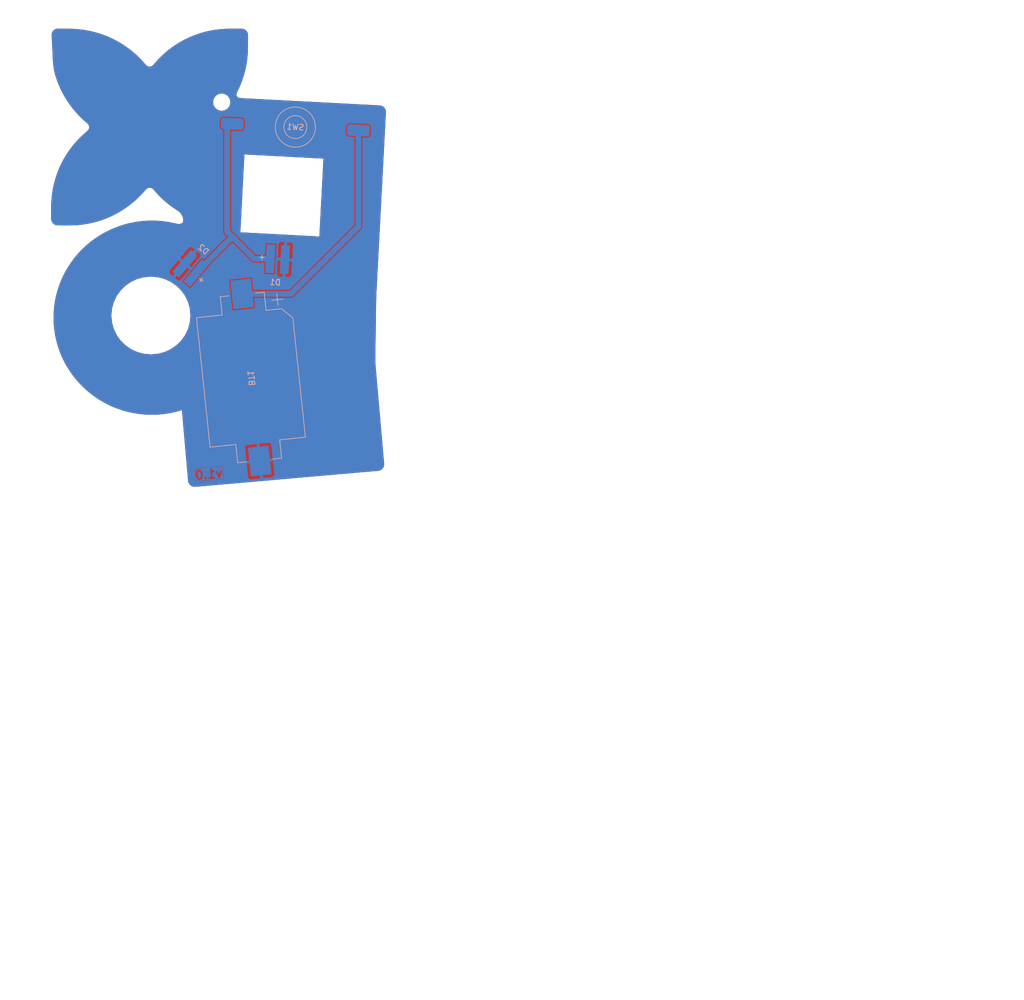
<source format=kicad_pcb>
(kicad_pcb (version 20221018) (generator pcbnew)
  (layers (0 "F.Cu" signal) (31 "B.Cu" signal) (34 "B.Paste" user) (35 "F.Paste" user) (36 "B.SilkS" user "B.Silkscreen") (37 "F.SilkS" user "F.Silkscreen") (38 "B.Mask" user) (39 "F.Mask" user) (44 "Edge.Cuts" user))
  (net 0 "")
  (net 1 "GND")
  (net 2 "+3V0")
  (net 3 "VCC")
  (footprint "blinkyparts:die_lustigen_vier" (layer "F.Cu") (at 117.5 55)
    (fp_text reference "die_lustigen_vier" hide)
    (fp_text value "G***" hide)
    (fp_poly (pts (xy 29.733585 11.314038) (xy 29.880598 11.321294) (xy 30.026191 11.342924) (xy 30.168964 11.378719) (xy 30.307541 11.428335) (xy 30.440589 11.491294) (xy 30.566825 11.56699) (xy 30.685034 11.654694) (xy 30.794078 11.753561) (xy 30.892908 11.862639) (xy 30.980571 11.980879) (xy 31.056223 12.107141) (xy 31.119136 12.24021) (xy 31.168704 12.378804) (xy 31.20445 12.521589) (xy 31.22603 12.66719) (xy 31.233235 12.814206) (xy 31.226029 12.961221) (xy 31.20445 13.106822) (xy 31.168704 13.249607) (xy 31.119135 13.388201) (xy 31.056222 13.52127) (xy 30.98057 13.647532) (xy 30.892907 13.765771) (xy 30.794078 13.874849) (xy 30.685033 13.973716) (xy 30.566824 14.06142) (xy 30.440588 14.137116) (xy 30.307541 14.200075) (xy 30.168964 14.249691) (xy 30.026191 14.285486) (xy 29.880598 14.307116) (xy 29.733585 14.314372) (xy 29.586538 14.307163) (xy 29.440906 14.285574) (xy 29.298091 14.249813) (xy 29.15947 14.200223) (xy 29.026379 14.137283) (xy 28.900098 14.061599) (xy 28.781845 13.973901) (xy 28.672759 13.875032) (xy 28.57389 13.765946) (xy 28.486191 13.647693) (xy 28.410508 13.521412) (xy 28.347568 13.38832) (xy 28.297978 13.249699) (xy 28.262217 13.106885) (xy 28.240628 12.961253) (xy 28.233419 12.814206) (xy 28.240627 12.667158) (xy 28.262216 12.521526) (xy 28.297978 12.378711) (xy 28.347567 12.240091) (xy 28.410507 12.106999) (xy 28.486191 11.980718) (xy 28.573889 11.862465) (xy 28.672758 11.753378) (xy 28.781844 11.654509) (xy 28.900098 11.566811) (xy 29.026378 11.491127) (xy 29.15947 11.428187) (xy 29.298091 11.378597) (xy 29.440905 11.342836) (xy 29.586538 11.321246) (xy 29.733585 11.314038)) (stroke (width 0.00001)) (fill none) (layer "Edge.Cuts"))
    (fp_poly (pts (xy 1.172021 -0.000001) (xy 0.944794 0.020103) (xy 0.735256 0.083346) (xy 0.547756 0.185238) (xy 0.386641 0.321288) (xy 0.256261 0.487005) (xy 0.160965 0.677897) (xy 0.105101 0.889474) (xy 0.093017 1.117245) (xy 0.303341 5.49062) (xy 0.316586 5.711975) (xy 0.336063 5.955088) (xy 0.361404 6.213518) (xy 0.392242 6.480825) (xy 0.428207 6.75057) (xy 0.468932 7.01631) (xy 0.514049 7.271608) (xy 0.563188 7.510021) (xy 0.615983 7.72511) (xy 0.685433 7.973951) (xy 0.758714 8.221673) (xy 0.835793 8.468226) (xy 0.916639 8.713561) (xy 1.001222 8.957629) (xy 1.089508 9.200381) (xy 1.181467 9.441769) (xy 1.277067 9.681743) (xy 1.376277 9.920254) (xy 1.479065 10.157253) (xy 1.585399 10.392692) (xy 1.695249 10.626522) (xy 1.808583 10.858693) (xy 1.925368 11.089156) (xy 2.045574 11.317863) (xy 2.16917 11.544765) (xy 2.296123 11.769812) (xy 2.426402 11.992956) (xy 2.559975 12.214148) (xy 2.696812 12.433339) (xy 2.83688 12.650479) (xy 2.980148 12.865521) (xy 3.126585 13.078414) (xy 3.276159 13.28911) (xy 3.428838 13.497561) (xy 3.584592 13.703716) (xy 3.743388 13.907528) (xy 3.905195 14.108947) (xy 4.069981 14.307924) (xy 4.237716 14.50441) (xy 4.408367 14.698356) (xy 4.581903 14.889714) (xy 4.758292 15.078434) (xy 4.937503 15.264468) (xy 5.119505 15.447766) (xy 5.304266 15.628279) (xy 5.491754 15.80596) (xy 5.681938 15.980757) (xy 5.874787 16.152624) (xy 6.070269 16.32151) (xy 6.268351 16.487367) (xy 6.445703 16.668246) (xy 6.563965 16.865473) (xy 6.62312 17.0725) (xy 6.623153 17.282779) (xy 6.564046 17.489762) (xy 6.445785 17.6869) (xy 6.268351 17.867645) (xy 6.069332 18.033963) (xy 5.872841 18.203275) (xy 5.678917 18.375536) (xy 5.487599 18.5507) (xy 5.298926 18.728722) (xy 5.112937 18.909558) (xy 4.92967 19.093162) (xy 4.749164 19.279489) (xy 4.571459 19.468494) (xy 4.396593 19.660133) (xy 4.224604 19.85436) (xy 4.055532 20.051129) (xy 3.889415 20.250397) (xy 3.726292 20.452118) (xy 3.566203 20.656248) (xy 3.409185 20.86274) (xy 3.255278 21.07155) (xy 3.10452 21.282632) (xy 2.95695 21.495943) (xy 2.812608 21.711437) (xy 2.671531 21.929068) (xy 2.533759 22.148793) (xy 2.39933 22.370565) (xy 2.268284 22.594339) (xy 2.140659 22.820072) (xy 2.016493 23.047717) (xy 1.895827 23.27723) (xy 1.778698 23.508565) (xy 1.665145 23.741678) (xy 1.555207 23.976523) (xy 1.448923 24.213056) (xy 1.346332 24.451231) (xy 1.247473 24.691004) (xy 1.152384 24.932329) (xy 1.074983 25.140223) (xy 0.993876 25.370588) (xy 0.910966 25.617263) (xy 0.828153 25.874092) (xy 0.747341 26.134916) (xy 0.670432 26.393575) (xy 0.599327 26.643913) (xy 0.53593 26.87977) (xy 0.482142 27.094988) (xy 0.42551 27.340704) (xy 0.372536 27.587225) (xy 0.323197 27.834498) (xy 0.27747 28.082468) (xy 0.235334 28.331083) (xy 0.196765 28.580289) (xy 0.161742 28.830033) (xy 0.130241 29.080262) (xy 0.10224 29.330923) (xy 0.077717 29.581961) (xy 0.056649 29.833325) (xy 0.039014 30.08496) (xy 0.024789 30.336813) (xy 0.013952 30.588831) (xy 0.007645 30.810605) (xy 0.003566 31.054845) (xy 0.001289 31.31514) (xy 0.000387 31.585074) (xy 0.000433 31.858233) (xy 0.000999 32.128204) (xy 0.001659 32.388572) (xy 0.001985 32.632923) (xy 0.00155 32.854844) (xy 0.000776 33.00548) (xy -0.000001 33.156117) (xy 0.02196 33.384693) (xy 0.086985 33.598093) (xy 0.190539 33.791737) (xy 0.328091 33.961045) (xy 0.495104 34.101439) (xy 0.687046 34.208338) (xy 0.899383 34.277162) (xy 1.127581 34.303333) (xy 1.385156 34.30687) (xy 1.642814 34.310044) (xy 1.900527 34.312628) (xy 2.158265 34.314391) (xy 2.415999 34.315107) (xy 2.673699 34.314545) (xy 2.931337 34.312477) (xy 3.188884 34.308675) (xy 3.446309 34.302908) (xy 3.703584 34.29495) (xy 3.96068 34.28457) (xy 4.217568 34.271541) (xy 4.474217 34.255633) (xy 4.7306 34.236618) (xy 4.986687 34.214266) (xy 5.242448 34.18835) (xy 5.497855 34.15864) (xy 5.717592 34.128655) (xy 5.958811 34.090934) (xy 6.215198 34.046777) (xy 6.480436 33.99748) (xy 6.748213 33.944345) (xy 7.012211 33.888669) (xy 7.266117 33.831752) (xy 7.503615 33.774893) (xy 7.718391 33.719389) (xy 7.967043 33.650144) (xy 8.214585 33.577086) (xy 8.460968 33.500246) (xy 8.706142 33.419654) (xy 8.95006 33.335343) (xy 9.192672 33.247342) (xy 9.433929 33.155683) (xy 9.673782 33.060397) (xy 9.912181 32.961515) (xy 10.149079 32.859067) (xy 10.384426 32.753084) (xy 10.618173 32.643598) (xy 10.850271 32.53064) (xy 11.080672 32.414239) (xy 11.309325 32.294428) (xy 11.536182 32.171238) (xy 11.761195 32.044698) (xy 11.984313 31.914841) (xy 12.205489 31.781696) (xy 12.424673 31.645296) (xy 12.641816 31.505671) (xy 12.856869 31.362851) (xy 13.069784 31.216869) (xy 13.28051 31.067754) (xy 13.489 30.915538) (xy 13.695203 30.760251) (xy 13.899072 30.601926) (xy 14.100558 30.440591) (xy 14.29961 30.27628) (xy 14.496181 30.109021) (xy 14.690221 29.938848) (xy 14.881681 29.765789) (xy 15.070512 29.589877) (xy 15.256665 29.411142) (xy 15.440092 29.229615) (xy 15.620743 29.045327) (xy 15.79857 28.85831) (xy 15.973522 28.668593) (xy 16.145552 28.476208) (xy 16.31461 28.281186) (xy 16.480648 28.083559) (xy 16.66194 27.906387) (xy 16.859693 27.788119) (xy 17.067328 27.728803) (xy 17.278263 27.728485) (xy 17.485918 27.787215) (xy 17.68371 27.90504) (xy 17.865059 28.082008) (xy 18.029921 28.278237) (xy 18.197682 28.472002) (xy 18.368303 28.663262) (xy 18.541741 28.851977) (xy 18.717957 29.038108) (xy 18.896909 29.221614) (xy 19.078557 29.402455) (xy 19.262859 29.580592) (xy 19.449775 29.755984) (xy 19.639263 29.928591) (xy 19.831283 30.098373) (xy 20.025794 30.265291) (xy 20.222756 30.429303) (xy 20.422126 30.59037) (xy 20.623865 30.748453) (xy 20.827931 30.90351) (xy 21.034283 31.055503) (xy 21.242881 31.20439) (xy 21.453683 31.350132) (xy 21.66665 31.492689) (xy 21.881739 31.632021) (xy 22.09891 31.768088) (xy 22.2929 31.909409) (xy 22.472669 32.083165) (xy 22.634123 32.283178) (xy 22.77317 32.503276) (xy 22.885714 32.737282) (xy 22.967663 32.979023) (xy 23.014923 33.222323) (xy 23.023401 33.461008) (xy 22.98451 33.651357) (xy 22.893796 33.808342) (xy 22.757765 33.92971) (xy 22.582927 34.013208) (xy 22.37579 34.056581) (xy 22.142863 34.057578) (xy 21.890653 34.013945) (xy 21.641935 33.952045) (xy 21.392322 33.893872) (xy 21.141871 33.839427) (xy 20.890637 33.788711) (xy 20.638676 33.741724) (xy 20.386045 33.698468) (xy 20.132798 33.658942) (xy 19.878992 33.623149) (xy 19.624681 33.591088) (xy 19.369923 33.56276) (xy 19.114773 33.538166) (xy 18.859286 33.517307) (xy 18.603518 33.500183) (xy 18.347526 33.486796) (xy 18.091364 33.477146) (xy 17.835088 33.471234) (xy 17.578755 33.46906) (xy 17.32242 33.470626) (xy 17.066139 33.475932) (xy 16.809968 33.484979) (xy 16.553962 33.497767) (xy 16.298177 33.514298) (xy 16.042668 33.534572) (xy 15.787493 33.55859) (xy 15.532706 33.586353) (xy 15.278363 33.617861) (xy 15.024519 33.653115) (xy 14.771232 33.692116) (xy 14.518556 33.734865) (xy 14.266547 33.781362) (xy 14.015261 33.831609) (xy 13.764754 33.885606) (xy 13.515081 33.943353) (xy 13.266299 34.004852) (xy 13.018462 34.070103) (xy 12.771627 34.139108) (xy 12.52585 34.211866) (xy 12.314339 34.278743) (xy 12.082809 34.356424) (xy 11.837284 34.44263) (xy 11.58379 34.535083) (xy 11.328351 34.631504) (xy 11.076992 34.729615) (xy 10.835736 34.827137) (xy 10.610608 34.921792) (xy 10.407633 35.011301) (xy 10.174201 35.119375) (xy 9.942428 35.230963) (xy 9.712359 35.346033) (xy 9.484044 35.464551) (xy 9.257531 35.586483) (xy 9.032866 35.711797) (xy 8.810098 35.840459) (xy 8.589275 35.972437) (xy 8.370443 36.107697) (xy 8.153652 36.246205) (xy 7.938949 36.38793) (xy 7.72638 36.532837) (xy 7.515996 36.680894) (xy 7.307842 36.832067) (xy 7.101967 36.986323) (xy 6.898418 37.143629) (xy 6.697244 37.303951) (xy 6.498492 37.467258) (xy 6.30221 37.633515) (xy 6.108445 37.802689) (xy 5.917246 37.974748) (xy 5.728659 38.149657) (xy 5.542734 38.327384) (xy 5.359517 38.507896) (xy 5.179056 38.69116) (xy 5.0014 38.877141) (xy 4.826595 39.065808) (xy 4.654691 39.257127) (xy 4.485733 39.451065) (xy 4.319771 39.647588) (xy 4.156852 39.846664) (xy 4.01959 40.020954) (xy 3.871897 40.21551) (xy 3.717472 40.425047) (xy 3.560013 40.644278) (xy 3.40322 40.867917) (xy 3.250791 41.090676) (xy 3.106424 41.30727) (xy 2.973818 41.512412) (xy 2.856673 41.700816) (xy 2.722998 41.925) (xy 2.592814 42.151235) (xy 2.466147 42.379462) (xy 2.343022 42.609624) (xy 2.223467 42.841663) (xy 2.107506 43.075521) (xy 1.995167 43.311141) (xy 1.886476 43.548464) (xy 1.781459 43.787433) (xy 1.680141 44.027991) (xy 1.582551 44.27008) (xy 1.488713 44.513641) (xy 1.398654 44.758617) (xy 1.312401 45.004951) (xy 1.229978 45.252584) (xy 1.151414 45.50146) (xy 1.076733 45.751519) (xy 1.005963 46.002705) (xy 0.939129 46.25496) (xy 0.876258 46.508226) (xy 0.817376 46.762445) (xy 0.762509 47.01756) (xy 0.711684 47.273513) (xy 0.664926 47.530245) (xy 0.622262 47.787701) (xy 0.583718 48.04582) (xy 0.549321 48.304547) (xy 0.524325 48.524961) (xy 0.501203 48.76807) (xy 0.480304 49.027441) (xy 0.461978 49.29664) (xy 0.446574 49.569233) (xy 0.434441 49.838787) (xy 0.425929 50.098868) (xy 0.421387 50.343041) (xy 0.421164 50.564874) (xy 0.425696 50.822528) (xy 0.434212 51.080087) (xy 0.4467 51.33749) (xy 0.46315 51.594677) (xy 0.483551 51.851586) (xy 0.507891 52.108158) (xy 0.536159 52.364332) (xy 0.568345 52.620047) (xy 0.604436 52.875243) (xy 0.644422 53.12986) (xy 0.688292 53.383836) (xy 0.736035 53.637112) (xy 0.78764 53.889626) (xy 0.843095 54.141319) (xy 0.902389 54.39213) (xy 0.965512 54.641997) (xy 1.032452 54.890862) (xy 1.103197 55.138662) (xy 1.177738 55.385339) (xy 1.256063 55.63083) (xy 1.338161 55.875076) (xy 1.42402 56.118016) (xy 1.51363 56.35959) (xy 1.606979 56.599737) (xy 1.704057 56.838396) (xy 1.804852 57.075507) (xy 1.909353 57.31101) (xy 2.017549 57.544843) (xy 2.129429 57.776947) (xy 2.244982 58.007261) (xy 2.364196 58.235725) (xy 2.47059 58.430385) (xy 2.591604 58.642538) (xy 2.723809 58.86672) (xy 2.863774 59.097471) (xy 3.008072 59.32933) (xy 3.153272 59.556834) (xy 3.295944 59.774522) (xy 3.43266 59.976932) (xy 3.559989 60.158604) (xy 3.713584 60.369405) (xy 3.87041 60.577806) (xy 4.030423 60.783767) (xy 4.193576 60.987249) (xy 4.359824 61.188213) (xy 4.529121 61.386619) (xy 4.701422 61.582427) (xy 4.876679 61.7756) (xy 5.054849 61.966096) (xy 5.235885 62.153877) (xy 5.419741 62.338904) (xy 5.606372 62.521136) (xy 5.795732 62.700535) (xy 5.987776 62.877061) (xy 6.182456 63.050675) (xy 6.379729 63.221338) (xy 6.579548 63.389009) (xy 6.781867 63.553651) (xy 6.986641 63.715222) (xy 7.193824 63.873685) (xy 7.40337 64.028999) (xy 7.615234 64.181125) (xy 7.82937 64.330025) (xy 8.045732 64.475657) (xy 8.264274 64.617984) (xy 8.484951 64.756965) (xy 8.707717 64.892562) (xy 8.932526 65.024735) (xy 9.159333 65.153444) (xy 9.388092 65.278651) (xy 9.618756 65.400315) (xy 9.851282 65.518398) (xy 10.085622 65.63286) (xy 10.321731 65.743661) (xy 10.559563 65.850763) (xy 10.763514 65.938052) (xy 10.989721 66.030195) (xy 11.232121 66.124992) (xy 11.484651 66.220247) (xy 11.741249 66.313759) (xy 11.995853 66.403332) (xy 12.242401 66.486766) (xy 12.474831 66.561863) (xy 12.687081 66.626426) (xy 12.933664 66.696572) (xy 13.181266 66.763014) (xy 13.429829 66.825748) (xy 13.679299 66.884771) (xy 13.929619 66.940081) (xy 14.180733 66.991673) (xy 14.432587 67.039546) (xy 14.685122 67.083695) (xy 14.938285 67.124118) (xy 15.192019 67.160813) (xy 15.446268 67.193775) (xy 15.700976 67.223001) (xy 15.956088 67.24849) (xy 16.211548 67.270237) (xy 16.467299 67.288239) (xy 16.723287 67.302494) (xy 16.979454 67.312999) (xy 17.235746 67.31975) (xy 17.492106 67.322744) (xy 17.748479 67.321979) (xy 18.004809 67.317451) (xy 18.261039 67.309157) (xy 18.517115 67.297094) (xy 18.772979 67.281259) (xy 19.028577 67.261649) (xy 19.283853 67.238261) (xy 19.53875 67.211092) (xy 19.793213 67.180139) (xy 20.047185 67.145398) (xy 20.300612 67.106868) (xy 20.553437 67.064544) (xy 20.805605 67.018423) (xy 21.057059 66.968503) (xy 21.307744 66.914781) (xy 21.614873 66.842475) (xy 21.916411 66.764987) (xy 22.19862 66.687869) (xy 22.447762 66.616677) (xy 22.650098 66.556965) (xy 22.79189 66.514288) (xy 22.818909 66.823406) (xy 22.845665 67.129524) (xy 22.872164 67.432706) (xy 22.898411 67.73302) (xy 22.924412 68.030529) (xy 22.950173 68.325299) (xy 22.9757 68.617394) (xy 23.000998 68.906882) (xy 23.026073 69.193825) (xy 23.05093 69.478291) (xy 23.075577 69.760343) (xy 23.100017 70.040047) (xy 23.124258 70.317469) (xy 23.148304 70.592673) (xy 23.172162 70.865725) (xy 23.195836 71.13669) (xy 23.219334 71.405634) (xy 23.242661 71.67262) (xy 23.265822 71.937715) (xy 23.288823 72.200984) (xy 23.311669 72.462492) (xy 23.334368 72.722304) (xy 23.356924 72.980485) (xy 23.379343 73.237101) (xy 23.40163 73.492217) (xy 23.423793 73.745898) (xy 23.445835 73.998209) (xy 23.467764 74.249216) (xy 23.489584 74.498983) (xy 23.511302 74.747576) (xy 23.532923 74.995061) (xy 23.554453 75.241501) (xy 23.575897 75.486963) (xy 23.597262 75.731512) (xy 23.618554 75.975212) (xy 23.639777 76.21813) (xy 23.660938 76.46033) (xy 23.682042 76.701878) (xy 23.703095 76.942838) (xy 23.724103 77.183276) (xy 23.745072 77.423258) (xy 23.766007 77.662847) (xy 23.786914 77.902111) (xy 23.807799 78.141113) (xy 23.828667 78.379919) (xy 23.849525 78.618594) (xy 23.870377 78.857204) (xy 23.913188 79.08266) (xy 23.997472 79.288766) (xy 24.118293 79.47138) (xy 24.270716 79.626362) (xy 24.449803 79.749568) (xy 24.65062 79.836857) (xy 24.868228 79.884087) (xy 25.097693 79.887116) (xy 25.358404 79.864307) (xy 25.619115 79.841504) (xy 25.879827 79.818706) (xy 26.14054 79.795913) (xy 26.401253 79.773124) (xy 26.661968 79.75034) (xy 26.922683 79.727559) (xy 27.183399 79.704782) (xy 27.444115 79.682008) (xy 27.704832 79.659237) (xy 27.965549 79.636469) (xy 28.226267 79.613704) (xy 28.486985 79.59094) (xy 28.747704 79.568178) (xy 29.008423 79.545418) (xy 29.269143 79.522658) (xy 29.529862 79.4999) (xy 29.790582 79.477142) (xy 30.051302 79.454385) (xy 30.312023 79.431627) (xy 30.572743 79.408869) (xy 30.833464 79.386111) (xy 31.094184 79.363351) (xy 31.354905 79.340591) (xy 31.615626 79.317829) (xy 31.876346 79.295065) (xy 32.137067 79.272299) (xy 32.397787 79.24953) (xy 32.658507 79.226759) (xy 32.919227 79.203984) (xy 33.179947 79.181207) (xy 33.440666 79.158426) (xy 33.701386 79.13564) (xy 33.962104 79.112851) (xy 34.222823 79.090057) (xy 34.48354 79.067258) (xy 34.744258 79.044454) (xy 35.004975 79.021645) (xy 35.265691 78.99883) (xy 35.526407 78.976009) (xy 35.787122 78.953181) (xy 36.047836 78.930347) (xy 36.30855 78.907506) (xy 36.569262 78.884658) (xy 36.829975 78.861802) (xy 37.090686 78.838939) (xy 37.351396 78.816067) (xy 37.612106 78.793187) (xy 37.872814 78.770298) (xy 38.133522 78.7474) (xy 38.394228 78.724492) (xy 38.654933 78.701576) (xy 38.915638 78.678649) (xy 39.176341 78.655712) (xy 39.437043 78.632764) (xy 39.697744 78.609805) (xy 39.958443 78.586836) (xy 40.219141 78.563855) (xy 40.479838 78.540862) (xy 40.740534 78.517857) (xy 41.001228 78.49484) (xy 41.26192 78.47181) (xy 41.522611 78.448767) (xy 41.783301 78.425711) (xy 42.043989 78.402641) (xy 42.304675 78.379558) (xy 42.56536 78.35646) (xy 42.786399 78.336882) (xy 43.029756 78.315352) (xy 43.289055 78.292435) (xy 43.55792 78.268697) (xy 43.829976 78.244705) (xy 44.098847 78.221024) (xy 44.358156 78.19822) (xy 44.601528 78.176858) (xy 44.822587 78.157506) (xy 45.081905 78.134841) (xy 45.341223 78.112177) (xy 45.600541 78.089513) (xy 45.859859 78.06685) (xy 46.119176 78.044187) (xy 46.378494 78.021524) (xy 46.637811 77.998862) (xy 46.897128 77.976199) (xy 47.156445 77.953537) (xy 47.415761 77.930875) (xy 47.675078 77.908214) (xy 47.934394 77.885552) (xy 48.193711 77.862891) (xy 48.453027 77.84023) (xy 48.712343 77.81757) (xy 48.971659 77.794909) (xy 49.230975 77.772249) (xy 49.490291 77.749588) (xy 49.749607 77.726928) (xy 50.008923 77.704268) (xy 50.268239 77.681608) (xy 50.527555 77.658949) (xy 50.786871 77.636289) (xy 51.046187 77.613629) (xy 51.305502 77.59097) (xy 51.564818 77.56831) (xy 51.824134 77.545651) (xy 52.08345 77.522991) (xy 52.342766 77.500332) (xy 52.602082 77.477673) (xy 52.861398 77.455013) (xy 53.120715 77.432354) (xy 53.380031 77.409695) (xy 53.639347 77.387035) (xy 53.898664 77.364376) (xy 54.15798 77.341716) (xy 54.417297 77.319057) (xy 54.676614 77.296397) (xy 54.935931 77.273737) (xy 55.195248 77.251077) (xy 55.454566 77.228417) (xy 55.713883 77.205757) (xy 55.973201 77.183097) (xy 56.232519 77.160437) (xy 56.491837 77.137776) (xy 56.751155 77.115116) (xy 57.010474 77.092455) (xy 57.235909 77.049646) (xy 57.441963 76.965362) (xy 57.624502 76.844539) (xy 57.779395 76.692116) (xy 57.90251 76.513027) (xy 57.989715 76.312211) (xy 58.036878 76.094602) (xy 58.039867 75.865139) (xy 58.01691 75.602992) (xy 57.993962 75.340844) (xy 57.971023 75.078696) (xy 57.948093 74.816546) (xy 57.925171 74.554396) (xy 57.902256 74.292244) (xy 57.879348 74.030092) (xy 57.856447 73.76794) (xy 57.833552 73.505787) (xy 57.810662 73.243633) (xy 57.787778 72.981479) (xy 57.764898 72.719324) (xy 57.742022 72.457168) (xy 57.71915 72.195013) (xy 57.696281 71.932857) (xy 57.673415 71.670701) (xy 57.650552 71.408544) (xy 57.62769 71.146387) (xy 57.604829 70.88423) (xy 57.581969 70.622073) (xy 57.559109 70.359916) (xy 57.53625 70.097759) (xy 57.513389 69.835602) (xy 57.490528 69.573445) (xy 57.467664 69.311288) (xy 57.444799 69.049131) (xy 57.421931 68.786974) (xy 57.399061 68.524818) (xy 57.376186 68.262662) (xy 57.353308 68.000506) (xy 57.330425 67.738351) (xy 57.307537 67.476196) (xy 57.284644 67.214042) (xy 57.261745 66.951888) (xy 57.238839 66.689735) (xy 57.215926 66.427582) (xy 57.193007 66.16543) (xy 57.170079 65.903279) (xy 57.147143 65.641129) (xy 57.124198 65.378979) (xy 57.101244 65.11683) (xy 57.07828 64.854682) (xy 57.055306 64.592535) (xy 57.032321 64.330389) (xy 57.009325 64.068245) (xy 56.986317 63.806101) (xy 56.963297 63.543958) (xy 56.940264 63.281817) (xy 56.917218 63.019676) (xy 56.894159 62.757537) (xy 56.871085 62.4954) (xy 56.847997 62.233263) (xy 56.824894 61.971128) (xy 56.801775 61.708995) (xy 56.778641 61.446863) (xy 56.755489 61.184733) (xy 56.732321 60.922604) (xy 56.709136 60.660477) (xy 56.685932 60.398351) (xy 56.66271 60.136228) (xy 56.639469 59.874106) (xy 56.616209 59.611986) (xy 56.592929 59.349867) (xy 56.575168 59.128767) (xy 56.558963 58.885223) (xy 56.544546 58.625622) (xy 56.532151 58.356351) (xy 56.522012 58.083799) (xy 56.514363 57.814351) (xy 56.509438 57.554395) (xy 56.507471 57.310317) (xy 56.508696 57.088506) (xy 56.512273 56.830649) (xy 56.515838 56.572792) (xy 56.519393 56.314937) (xy 56.522938 56.057082) (xy 56.526474 55.799227) (xy 56.530002 55.541374) (xy 56.533524 55.283521) (xy 56.53704 55.025668) (xy 56.540552 54.767816) (xy 56.54406 54.509964) (xy 56.547566 54.252113) (xy 56.55107 53.994263) (xy 56.554575 53.736412) (xy 56.55808 53.478563) (xy 56.561587 53.220713) (xy 56.565097 52.962864) (xy 56.56861 52.705015) (xy 56.572129 52.447166) (xy 56.575654 52.189317) (xy 56.579187 51.931469) (xy 56.582727 51.67362) (xy 56.586277 51.415772) (xy 56.589837 51.157924) (xy 56.593409 50.900075) (xy 56.596992 50.642227) (xy 56.60059 50.384379) (xy 56.604202 50.12653) (xy 56.60783 49.868682) (xy 56.611474 49.610833) (xy 56.615137 49.352984) (xy 56.618818 49.095135) (xy 56.622519 48.837285) (xy 56.626241 48.579435) (xy 56.629985 48.321585) (xy 56.633752 48.063735) (xy 56.637692 47.841872) (xy 56.643256 47.597642) (xy 56.65023 47.337445) (xy 56.658401 47.067678) (xy 56.667555 46.794742) (xy 56.677477 46.525034) (xy 56.687954 46.264954) (xy 56.698772 46.020901) (xy 56.709717 45.799273) (xy 56.723498 45.536859) (xy 56.737279 45.274445) (xy 56.75106 45.012032) (xy 56.764842 44.749619) (xy 56.778623 44.487205) (xy 56.792405 44.224792) (xy 56.806188 43.962379) (xy 56.81997 43.699966) (xy 56.833753 43.437553) (xy 56.847536 43.17514) (xy 56.861319 42.912727) (xy 56.875102 42.650314) (xy 56.888886 42.387902) (xy 56.90267 42.125489) (xy 56.916454 41.863077) (xy 56.930238 41.600664) (xy 56.944022 41.338252) (xy 56.957807 41.075839) (xy 56.971591 40.813427) (xy 56.985376 40.551015) (xy 56.999161 40.288603) (xy 57.012946 40.026191) (xy 57.026732 39.763778) (xy 57.040517 39.501366) (xy 57.054303 39.238954) (xy 57.068088 38.976543) (xy 57.081874 38.714131) (xy 57.09566 38.451719) (xy 57.109446 38.189307) (xy 57.123233 37.926895) (xy 57.137019 37.664484) (xy 57.150805 37.402072) (xy 57.164592 37.139661) (xy 57.178379 36.877249) (xy 57.192165 36.614837) (xy 57.205952 36.352426) (xy 57.219739 36.090014) (xy 57.233526 35.827603) (xy 57.247313 35.565192) (xy 57.2611 35.30278) (xy 57.274887 35.040369) (xy 57.288674 34.777958) (xy 57.302461 34.515546) (xy 57.316248 34.253135) (xy 57.330035 33.990724) (xy 57.343822 33.728313) (xy 57.357609 33.465901) (xy 57.371396 33.20349) (xy 57.385184 32.941079) (xy 57.398971 32.678668) (xy 57.412758 32.416257) (xy 57.426545 32.153846) (xy 57.440332 31.891434) (xy 57.454119 31.629023) (xy 57.467906 31.366612) (xy 57.481693 31.104201) (xy 57.49548 30.84179) (xy 57.509267 30.579379) (xy 57.523054 30.316968) (xy 57.53684 30.054557) (xy 57.550627 29.792145) (xy 57.564414 29.529734) (xy 57.5782 29.267323) (xy 57.591987 29.004912) (xy 57.605773 28.742501) (xy 57.619559 28.48009) (xy 57.633345 28.217678) (xy 57.647131 27.955267) (xy 57.660917 27.692856) (xy 57.674703 27.430445) (xy 57.688488 27.168034) (xy 57.702274 26.905622) (xy 57.716059 26.643211) (xy 57.729844 26.3808) (xy 57.743629 26.118388) (xy 57.757414 25.855977) (xy 57.771199 25.593565) (xy 57.784984 25.331154) (xy 57.798768 25.068742) (xy 57.812552 24.806331) (xy 57.826336 24.543919) (xy 57.84012 24.281508) (xy 57.853903 24.019096) (xy 57.867687 23.756685) (xy 57.88147 23.494273) (xy 57.895253 23.231861) (xy 57.909035 22.969449) (xy 57.922818 22.707037) (xy 57.9366 22.444626) (xy 57.950382 22.182214) (xy 57.964164 21.919802) (xy 57.977945 21.65739) (xy 57.991726 21.394977) (xy 58.005507 21.132565) (xy 58.019288 20.870153) (xy 58.033068 20.607741) (xy 58.046849 20.345328) (xy 58.060628 20.082916) (xy 58.074408 19.820504) (xy 58.088187 19.558091) (xy 58.101966 19.295678) (xy 58.115745 19.033266) (xy 58.129523 18.770853) (xy 58.143301 18.50844) (xy 58.157078 18.246027) (xy 58.170856 17.983614) (xy 58.184633 17.721201) (xy 58.198409 17.458788) (xy 58.212185 17.196375) (xy 58.225961 16.933962) (xy 58.239737 16.671548) (xy 58.253512 16.409135) (xy 58.267287 16.146721) (xy 58.281061 15.884308) (xy 58.294835 15.621894) (xy 58.308609 15.35948) (xy 58.322382 15.097066) (xy 58.336155 14.834652) (xy 58.349927 14.572238) (xy 58.338896 14.343003) (xy 58.284086 14.127131) (xy 58.189814 13.929418) (xy 58.060399 13.75466) (xy 57.900156 13.607653) (xy 57.713404 13.493192) (xy 57.50446 13.416075) (xy 57.277642 13.381096) (xy 57.013789 13.367233) (xy 56.749936 13.353371) (xy 56.486083 13.339509) (xy 56.22223 13.325647) (xy 55.958377 13.311786) (xy 55.694525 13.297924) (xy 55.430672 13.284063) (xy 55.166819 13.270203) (xy 54.902966 13.256342) (xy 54.639113 13.242482) (xy 54.37526 13.228621) (xy 54.111407 13.214761) (xy 53.847554 13.200902) (xy 53.583701 13.187042) (xy 53.319848 13.173183) (xy 53.055995 13.159323) (xy 52.792142 13.145464) (xy 52.528289 13.131606) (xy 52.264436 13.117747) (xy 52.000583 13.103888) (xy 51.73673 13.09003) (xy 51.472876 13.076172) (xy 51.209023 13.062314) (xy 50.94517 13.048456) (xy 50.681317 13.034598) (xy 50.417464 13.020741) (xy 50.153611 13.006883) (xy 49.889758 12.993026) (xy 49.625904 12.979169) (xy 49.362051 12.965312) (xy 49.098198 12.951455) (xy 48.834345 12.937598) (xy 48.570492 12.923742) (xy 48.306638 12.909885) (xy 48.042785 12.896028) (xy 47.778932 12.882172) (xy 47.515079 12.868316) (xy 47.251225 12.85446) (xy 46.987372 12.840604) (xy 46.723519 12.826747) (xy 46.459666 12.812892) (xy 46.195812 12.799036) (xy 45.931959 12.78518) (xy 45.668106 12.771324) (xy 45.404253 12.757468) (xy 45.140399 12.743613) (xy 44.876546 12.729757) (xy 44.612693 12.715902) (xy 44.34884 12.702046) (xy 44.084986 12.688191) (xy 43.821133 12.674335) (xy 43.55728 12.66048) (xy 43.293427 12.646625) (xy 43.029573 12.632769) (xy 42.76572 12.618914) (xy 42.501867 12.605059) (xy 42.238013 12.591203) (xy 41.97416 12.577348) (xy 41.710307 12.563493) (xy 41.446454 12.549638) (xy 41.1826 12.535782) (xy 40.918747 12.521927) (xy 40.654894 12.508072) (xy 40.391041 12.494216) (xy 40.127187 12.480361) (xy 39.863334 12.466505) (xy 39.599481 12.45265) (xy 39.335628 12.438794) (xy 39.071775 12.424939) (xy 38.807921 12.411083) (xy 38.544068 12.397227) (xy 38.280215 12.383372) (xy 38.016362 12.369516) (xy 37.752509 12.35566) (xy 37.488656 12.341804) (xy 37.224802 12.327948) (xy 36.960949 12.314092) (xy 36.697096 12.300236) (xy 36.433243 12.28638) (xy 36.16939 12.272523) (xy 35.905537 12.258667) (xy 35.641684 12.24481) (xy 35.377831 12.230954) (xy 35.113978 12.217097) (xy 34.850125 12.20324) (xy 34.586272 12.189383) (xy 34.322418 12.175526) (xy 34.058565 12.161669) (xy 33.794712 12.147811) (xy 33.53086 12.133954) (xy 33.267007 12.120096) (xy 33.003154 12.106238) (xy 32.7592 12.066967) (xy 32.564611 11.981141) (xy 32.421918 11.854546) (xy 32.333654 11.692966) (xy 32.302351 11.502187) (xy 32.330542 11.287994) (xy 32.42076 11.056173) (xy 32.537179 10.824211) (xy 32.650077 10.590513) (xy 32.759436 10.355136) (xy 32.865236 10.118135) (xy 32.967459 9.879568) (xy 33.066085 9.639489) (xy 33.161094 9.397955) (xy 33.252468 9.155022) (xy 33.340188 8.910747) (xy 33.424234 8.665184) (xy 33.504587 8.418391) (xy 33.581227 8.170423) (xy 33.654137 7.921336) (xy 33.723295 7.671187) (xy 33.788685 7.420031) (xy 33.850285 7.167924) (xy 33.908077 6.914923) (xy 33.962041 6.661084) (xy 34.01216 6.406463) (xy 34.058412 6.151115) (xy 34.10078 5.895097) (xy 34.139243 5.638465) (xy 34.173783 5.381275) (xy 34.204381 5.123583) (xy 34.231017 4.865445) (xy 34.253672 4.606917) (xy 34.272327 4.348055) (xy 34.284287 4.126556) (xy 34.293649 3.882537) (xy 34.300761 3.622417) (xy 34.305972 3.352616) (xy 34.309632 3.079554) (xy 34.312089 2.809649) (xy 34.313693 2.549322) (xy 34.314792 2.304991) (xy 34.315735 2.083077) (xy 34.316775 1.844214) (xy 34.317686 1.60533) (xy 34.318525 1.366445) (xy 34.319352 1.12758) (xy 34.297241 0.89983) (xy 34.232246 0.68868) (xy 34.12885 0.498389) (xy 33.991538 0.333212) (xy 33.824793 0.197407) (xy 33.6331 0.095229) (xy 33.420943 0.030936) (xy 33.192805 0.008784) (xy 32.945187 0.008799) (xy 32.697565 0.008317) (xy 32.449943 0.007616) (xy 32.202328 0.006977) (xy 31.954723 0.006678) (xy 31.707135 0.006999) (xy 31.459568 0.008218) (xy 31.212027 0.010615) (xy 30.964518 0.01447) (xy 30.742737 0.020308) (xy 30.498668 0.029777) (xy 30.238742 0.042626) (xy 29.969389 0.058607) (xy 29.697038 0.077469) (xy 29.42812 0.098962) (xy 29.169064 0.122837) (xy 28.9263 0.148844) (xy 28.706258 0.176734) (xy 28.451285 0.214229) (xy 28.196928 0.255641) (xy 27.94324 0.300948) (xy 27.690275 0.350126) (xy 27.438088 0.403151) (xy 27.186732 0.460002) (xy 26.936262 0.520654) (xy 26.68673 0.585085) (xy 26.438192 0.653272) (xy 26.1907 0.725192) (xy 25.94431 0.800821) (xy 25.699074 0.880137) (xy 25.455047 0.963116) (xy 25.212282 1.049736) (xy 24.970834 1.139973) (xy 24.730757 1.233805) (xy 24.492104 1.331208) (xy 24.254929 1.432159) (xy 24.019287 1.536635) (xy 23.785231 1.644613) (xy 23.552815 1.756071) (xy 23.322093 1.870984) (xy 23.093118 1.989331) (xy 22.865946 2.111087) (xy 22.64063 2.23623) (xy 22.417223 2.364737) (xy 22.19578 2.496585) (xy 21.976354 2.63175) (xy 21.759 2.77021) (xy 21.543771 2.911941) (xy 21.330722 3.056921) (xy 21.119906 3.205127) (xy 20.911377 3.356534) (xy 20.705189 3.511121) (xy 20.501396 3.668865) (xy 20.300052 3.829741) (xy 20.129384 3.971452) (xy 19.944313 4.130799) (xy 19.749545 4.30338) (xy 19.549783 4.484793) (xy 19.349732 4.670633) (xy 19.154097 4.856498) (xy 18.96758 5.037985) (xy 18.794887 5.210692) (xy 18.640722 5.370214) (xy 18.478244 5.544264) (xy 18.318168 5.720496) (xy 18.160525 5.898897) (xy 18.005344 6.079454) (xy 17.852657 6.262151) (xy 17.671591 6.439536) (xy 17.473826 6.557874) (xy 17.265997 6.617177) (xy 17.054735 6.617453) (xy 16.846676 6.558712) (xy 16.648451 6.440964) (xy 16.466695 6.264218) (xy 16.29966 6.066194) (xy 16.129651 5.870716) (xy 15.956713 5.67782) (xy 15.780891 5.487543) (xy 15.602231 5.299919) (xy 15.42078 5.114987) (xy 15.236583 4.932781) (xy 15.049685 4.753339) (xy 14.860133 4.576696) (xy 14.667972 4.402888) (xy 14.473247 4.231953) (xy 14.276005 4.063925) (xy 14.076292 3.898842) (xy 13.874152 3.736739) (xy 13.669632 3.577652) (xy 13.462778 3.421619) (xy 13.253635 3.268675) (xy 13.042249 3.118856) (xy 12.828666 2.972198) (xy 12.612931 2.828738) (xy 12.395091 2.688513) (xy 12.17519 2.551557) (xy 11.953275 2.417908) (xy 11.729392 2.287602) (xy 11.503586 2.160674) (xy 11.275902 2.037162) (xy 11.046388 1.917101) (xy 10.815087 1.800527) (xy 10.582047 1.687477) (xy 10.347313 1.577987) (xy 10.11093 1.472094) (xy 9.872945 1.369832) (xy 9.633402 1.27124) (xy 9.392349 1.176352) (xy 9.14983 1.085205) (xy 8.940736 1.011091) (xy 8.709105 0.933631) (xy 8.461131 0.85462) (xy 8.203005 0.775853) (xy 7.94092 0.699128) (xy 7.681068 0.626239) (xy 7.429642 0.558983) (xy 7.192834 0.499155) (xy 6.976835 0.448552) (xy 6.735149 0.396461) (xy 6.492762 0.347817) (xy 6.24972 0.302599) (xy 6.00607 0.260785) (xy 5.761859 0.222353) (xy 5.517133 0.187283) (xy 5.271939 0.155552) (xy 5.026324 0.12714) (xy 4.780334 0.102025) (xy 4.534017 0.080185) (xy 4.287419 0.0616) (xy 4.040586 0.046247) (xy 3.793566 0.034106) (xy 3.57185 0.026332) (xy 3.327674 0.020544) (xy 3.067451 0.016373) (xy 2.797589 0.01345) (xy 2.524499 0.011407) (xy 2.254592 0.009874) (xy 1.994278 0.008482) (xy 1.749968 0.006864) (xy 1.528072 0.004651) (xy 1.172021 -0.000001)) (stroke (width 0.00001)) (fill none) (layer "Edge.Cuts"))
  )
  (footprint "blinkyparts:BatteryHolder_Keystone_1060_1x2032_HandSoldering" (layer "B.Cu") (at 152.321342 115.809746 -84)
    (fp_text reference "BT1" (at 0.113691 -0.026922 96) (layer "B.SilkS") (effects (justify mirror)))
    (fp_text value "Battery_Cell")
    (fp_line (start -14.55 -3.85) (end -14.55 -2.3) (stroke (width 0.12)) (layer "B.SilkS"))
    (fp_line (start -14.55 3.85) (end -14.55 2.3) (stroke (width 0.12)) (layer "B.SilkS"))
    (fp_line (start -13 -5) (end -13 -7) (stroke (width 0.12)) (layer "B.SilkS"))
    (fp_line (start -12 -6) (end -14 -6) (stroke (width 0.12)) (layer "B.SilkS"))
    (fp_line (start -11.35 -6.55) (end -11.35 -3.85) (stroke (width 0.12)) (layer "B.SilkS"))
    (fp_line (start -11.35 -3.85) (end -14.55 -3.85) (stroke (width 0.12)) (layer "B.SilkS"))
    (fp_line (start -11.35 3.85) (end -14.55 3.85) (stroke (width 0.12)) (layer "B.SilkS"))
    (fp_line (start -11.35 8.35) (end -11.35 3.85) (stroke (width 0.12)) (layer "B.SilkS"))
    (fp_line (start -11.35 8.35) (end 11.35 8.35) (stroke (width 0.12)) (layer "B.SilkS"))
    (fp_line (start -9.55 -8.35) (end -11.35 -6.55) (stroke (width 0.12)) (layer "B.SilkS"))
    (fp_line (start 11.35 -8.35) (end -9.55 -8.35) (stroke (width 0.12)) (layer "B.SilkS"))
    (fp_line (start 11.35 -8.35) (end 11.35 -3.85) (stroke (width 0.12)) (layer "B.SilkS"))
    (fp_line (start 11.35 -3.85) (end 14.55 -3.85) (stroke (width 0.12)) (layer "B.SilkS"))
    (fp_line (start 11.35 3.85) (end 14.55 3.85) (stroke (width 0.12)) (layer "B.SilkS"))
    (fp_line (start 11.35 8.35) (end 11.35 3.85) (stroke (width 0.12)) (layer "B.SilkS"))
    (fp_line (start 14.55 -3.85) (end 14.55 -2.3) (stroke (width 0.12)) (layer "B.SilkS"))
    (fp_line (start 14.55 3.85) (end 14.55 2.3) (stroke (width 0.12)) (layer "B.SilkS"))
    (pad "1" smd rect (at -14.65 0 96) (size 5 3.6) (layers "B.Cu" "B.Paste" "B.Mask") (net 2 "+3V0"))
    (pad "2" smd rect (at 14.65 0 96) (size 5 3.6) (layers "B.Cu" "B.Paste" "B.Mask") (net 1 "GND"))
  )
  (footprint "blinkyparts:Push_Button" (layer "B.Cu") (at 148.08 71.53 -3)
    (fp_text reference "SW1" (at 12 0 177) (layer "B.SilkS") (effects (justify mirror)))
    (fp_text value "SW_DIP_x01")
    (fp_circle (center 12 0) (end 14 0) (stroke (width 0.12)) (fill none) (layer "B.SilkS"))
    (fp_circle (center 12 0) (end 15.5 0) (stroke (width 0.12)) (fill none) (layer "B.SilkS"))
    (pad "1" smd roundrect (at 1 0 357) (size 4 2) (layers "B.Cu" "B.Paste" "B.Mask") (net 3 "VCC"))
    (pad "2" smd roundrect (at 23 0 357) (size 4 2) (layers "B.Cu" "B.Paste" "B.Mask") (net 2 "+3V0"))
  )
  (footprint "blinkyparts:5mm_SMD-Pad" (layer "B.Cu") (at 157.475142 90.703689 177)
    (fp_text reference "D1" (at 0.488151 -8.553581 177) (layer "B.SilkS") (effects (justify mirror)))
    (fp_text value "LED")
    (fp_text user "+" (at 3 -4.25 177) (layer "B.SilkS") (effects (justify mirror)))
    (pad "1" smd rect (at -1 -4.5 177) (size 1.524 5) (layers "B.Cu" "B.Paste" "B.Mask") (net 1 "GND"))
    (pad "2" smd rect (at 1.54 -4.5 177) (size 1.524 5) (layers "B.Cu" "B.Paste" "B.Mask") (net 3 "VCC"))
  )
  (footprint "blinkyparts:5mm_SMD-Pad" (layer "B.Cu") (at 138.683526 100.072452 -40)
    (fp_text reference "D2" (at -0.127821 -8.485526 140) (layer "B.SilkS") (effects (justify mirror)))
    (fp_text value "LED")
    (fp_text user "+" (at 3 -4.25 140) (layer "B.SilkS") (effects (justify mirror)))
    (pad "1" smd rect (at -1 -4.5 320) (size 1.524 5) (layers "B.Cu" "B.Paste" "B.Mask") (net 1 "GND"))
    (pad "2" smd rect (at 1.54 -4.5 320) (size 1.524 5) (layers "B.Cu" "B.Paste" "B.Mask") (net 3 "VCC"))
  )
  (gr_text "v1.0" (at 147.574 133.35 5) (layer "B.Cu" knockout) (effects (font (size 1.5 1.5) (thickness 0.3) bold) (justify left bottom mirror)))
  (segment (start 171.048479 89.5) (end 171.048479 72.733727) (width 1) (layer "B.Cu") (net 2))
  (segment (start 159.308479 101.24) (end 171.048479 89.5) (width 1) (layer "B.Cu") (net 2))
  (segment (start 150.79 101.24) (end 159.308479 101.24) (width 1) (layer "B.Cu") (net 2))
  (segment (start 148.17 72.490966) (end 148.17 90.383664) (width 1) (layer "B.Cu") (net 3))
  (segment (start 149.07863 91.292294) (end 142.755779 97.615145) (width 1) (layer "B.Cu") (net 3))
  (segment (start 149.07863 71.582336) (end 148.17 72.490966) (width 1) (layer "B.Cu") (net 3))
  (segment (start 152.903261 95.116925) (end 155.701741 95.116925) (width 1) (layer "B.Cu") (net 3))
  (segment (start 148.17 90.383664) (end 149.07863 91.292294) (width 1) (layer "B.Cu") (net 3))
  (segment (start 149.07863 91.292294) (end 152.903261 95.116925) (width 1) (layer "B.Cu") (net 3))
  (zone (net 0) (net_name "") (layer "F.Cu") (connect_pads (clearance 0.5)) (min_thickness 0.25) (fill yes (thermal_gap 0.5) (thermal_bridge_width 0.5) (island_removal_mode 1) (island_area_min 10))
    (polygon (pts (xy 110 52.5) (xy 117.5 145) (xy 197.5 140) (xy 187.5 50) (xy 112.5 50)))
  )
  (zone (net 0) (net_name "") (layers "F&B.Cu") (connect_pads (clearance 0)) (min_thickness 0.25)
    (keepout (tracks not_allowed) (vias not_allowed) (pads not_allowed) (copperpour not_allowed) (footprints allowed))
    (fill (thermal_gap 0.5) (thermal_bridge_width 0.5))
    (polygon (pts (xy 128 105.01) (xy 128.11 103.79) (xy 128.43 102.65) (xy 128.94 101.59) (xy 129.62 100.65) (xy 130.46 99.82) (xy 131.41 99.16) (xy 132.48 98.66) (xy 133.65 98.34) (xy 134.89 98.23) (xy 136.13 98.34) (xy 137.3 98.66) (xy 138.37 99.16) (xy 139.33 99.83) (xy 140.16 100.64) (xy 140.84 101.59) (xy 141.35 102.65) (xy 141.67 103.79) (xy 141.78 105.01) (xy 141.67 106.23) (xy 141.35 107.38) (xy 140.84 108.44) (xy 140.16 109.39) (xy 139.33 110.2) (xy 138.37 110.87) (xy 137.3 111.37) (xy 136.14 111.68) (xy 136.13 111.68) (xy 134.89 111.79) (xy 133.65 111.68) (xy 132.49 111.37) (xy 131.41 110.86) (xy 130.45 110.19) (xy 129.61 109.37) (xy 128.94 108.43) (xy 128.43 107.37) (xy 128.11 106.23)))
  )
  (zone (net 0) (net_name "") (layers "F&B.Cu") (connect_pads (clearance 0)) (min_thickness 0.25)
    (keepout (tracks not_allowed) (vias not_allowed) (pads not_allowed) (copperpour not_allowed) (footprints allowed))
    (fill (thermal_gap 0.5) (thermal_bridge_width 0.5))
    (polygon (pts (xy 150.479167 90.505707) (xy 151.189167 76.925707) (xy 164.959167 77.655707) (xy 164.249167 91.235707)))
  )
  (zone (net 1) (net_name "GND") (layer "B.Cu") (priority 1) (connect_pads (clearance 0)) (min_thickness 0.25) (fill yes (thermal_gap 0.5) (thermal_bridge_width 0.5))
    (polygon (pts (xy 176.58 138.59) (xy 182.12 64.24) (xy 149.76 52.26) (xy 108.59 53.64) (xy 112.67 123.1) (xy 137.37 138.67) (xy 176.74 139.16)))
  )
)
</source>
